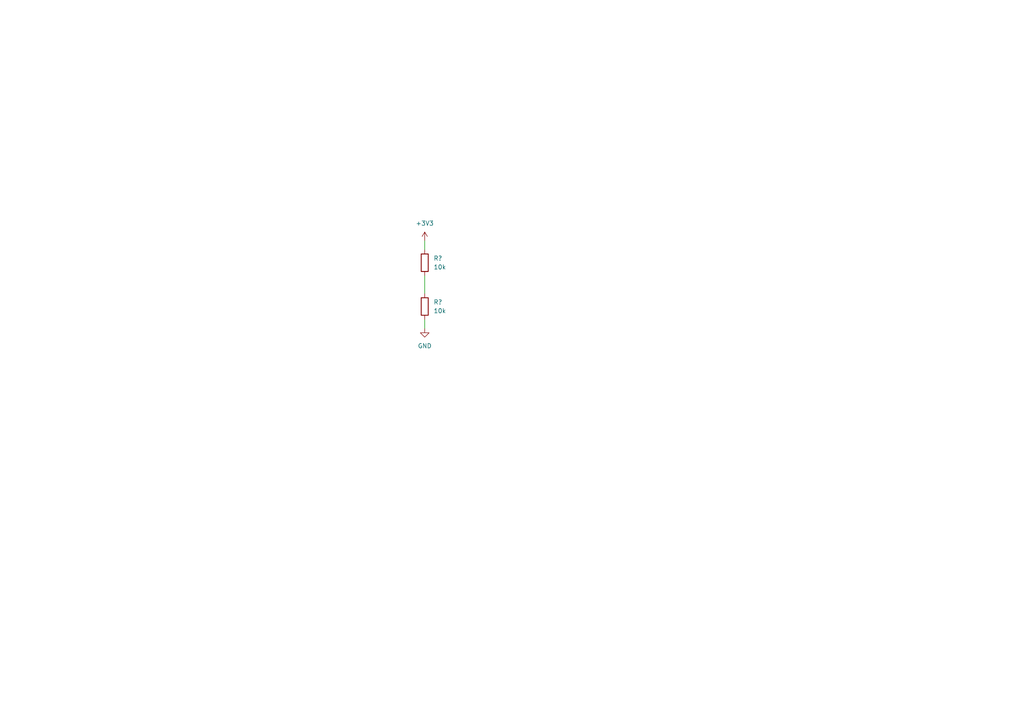
<source format=kicad_sch>
(kicad_sch (version 20230121) (generator eeschema)
  (paper "A4")
  (lib_symbols
    (symbol "Device:R" (pin_numbers hide) (pin_names (offset 0))
      (property "Reference" "R" (at 2.032 0 90))
      (property "Value" "R" (at 0 0 90))
      (symbol "R_0_1"
        (rectangle (start -1.016 -2.54) (end 1.016 2.54) (stroke (width 0.254)))
      )
      (symbol "R_1_1"
        (pin passive line (at 0 3.81 270) (length 1.27) (name "~") (number "1"))
        (pin passive line (at 0 -3.81 90) (length 1.27) (name "~") (number "2"))
      )
    )
    (symbol "power:+3V3" (power) (pin_names (offset 0))
      (property "Value" "+3V3" (at 0 3.556 0))
      (symbol "+3V3_0_1"
        (polyline (pts (xy -0.762 1.27) (xy 0 2.54)))
        (polyline (pts (xy 0 0) (xy 0 2.54)))
        (polyline (pts (xy 0 2.54) (xy 0.762 1.27)))
      )
      (symbol "+3V3_1_1"
        (pin power_in line (at 0 0 90) (length 0) hide (name "+3V3") (number "1"))
      )
    )
    (symbol "power:GND" (power) (pin_names (offset 0))
      (property "Value" "GND" (at 0 -3.81 0))
      (symbol "GND_0_1"
        (polyline (pts (xy 0 0) (xy 0 -1.27) (xy 1.27 -1.27) (xy 0 -2.54) (xy -1.27 -1.27) (xy 0 -1.27)))
      )
      (symbol "GND_1_1"
        (pin power_in line (at 0 0 270) (length 0) hide (name "GND") (number "1"))
      )
    )
  )
  (wire (pts (xy 123.19 69.85) (xy 123.19 72.39)))
  (wire (pts (xy 123.19 92.71) (xy 123.19 95.25)))
  (wire (pts (xy 123.19 80.01) (xy 123.19 85.09)))
  (symbol (lib_id "Device:R") (at 123.19 88.9 0) (unit 1)
    (property "Reference" "R?" (at 125.73 87.63 0) (effects (justify left)))
    (property "Value" "10k" (at 125.73 90.17 0) (effects (justify left)))
    (property "Footprint" "Resistor_SMD:R_0603_1608Metric" (effects hide))
    (instances (project "SaveRestoreLayout_Original" (path "" (reference "R?") (unit 1))) (project "SaveRestoreLayout_Copy" (path "" (reference "R3") (unit 1))))
  )
  (symbol (lib_id "power:+3V3") (at 123.19 69.85 0) (unit 1)
    (property "Reference" "#PWR?" (effects hide))
    (property "Value" "+3V3" (at 123.19 64.77 0))
    (instances (project "SaveRestoreLayout_Original" (path "" (reference "#PWR?") (unit 1))) (project "SaveRestoreLayout_Copy" (path "" (reference "#PWR03") (unit 1))))
  )
  (symbol (lib_id "power:GND") (at 123.19 95.25 0) (unit 1)
    (property "Reference" "#PWR?" (effects hide))
    (property "Value" "GND" (at 123.19 100.33 0))
    (instances (project "SaveRestoreLayout_Original" (path "" (reference "#PWR?") (unit 1))) (project "SaveRestoreLayout_Copy" (path "" (reference "#PWR04") (unit 1))))
  )
  (symbol (lib_id "Device:R") (at 123.19 76.2 0) (unit 1)
    (property "Reference" "R?" (at 125.73 74.93 0) (effects (justify left)))
    (property "Value" "10k" (at 125.73 77.47 0) (effects (justify left)))
    (property "Footprint" "Resistor_SMD:R_0603_1608Metric" (effects hide))
    (instances (project "SaveRestoreLayout_Original" (path "" (reference "R?") (unit 1))) (project "SaveRestoreLayout_Copy" (path "" (reference "R2") (unit 1))))
  )
)
</source>
